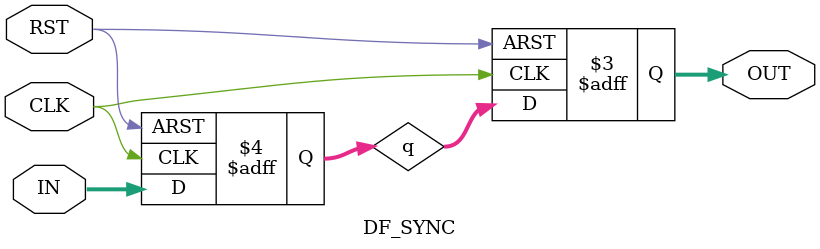
<source format=v>
module DF_SYNC #(parameter PTR_WIDTH = 3)
(
    input wire      CLK,
    input wire      RST,
    input wire [PTR_WIDTH:0]    IN,
    output reg [PTR_WIDTH:0]    OUT
);

reg [PTR_WIDTH:0] q;

always @(posedge CLK or negedge RST)
begin
    if(!RST)
    begin
        q <= 'b0;
        OUT <= 'b0;
    end
    else
    begin
        q <= IN;
        OUT <= q;
    end
end
endmodule 
</source>
